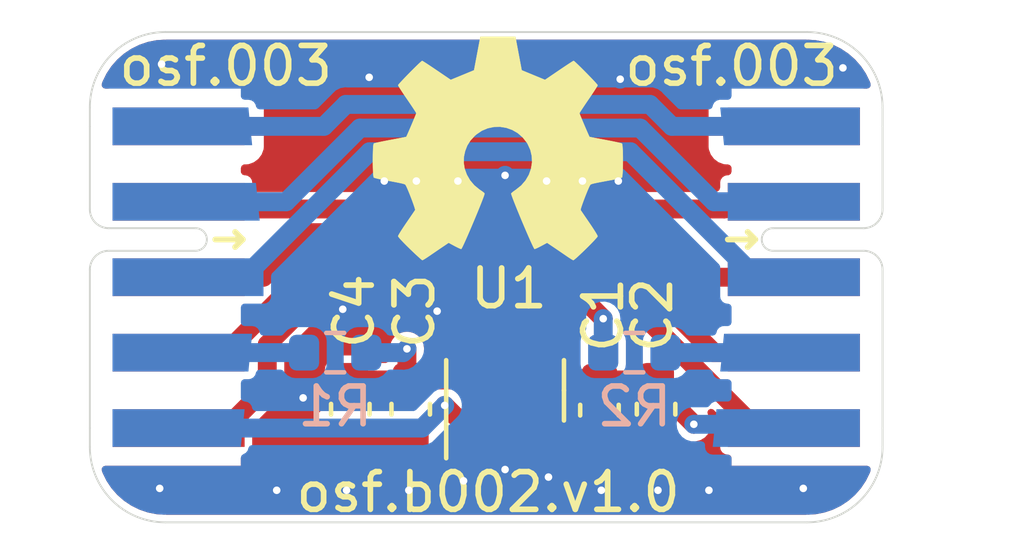
<source format=kicad_pcb>
(kicad_pcb (version 20211014) (generator pcbnew)
  (layers (0 "F.Cu" signal) (31 "B.Cu" signal) (34 "B.Paste" user) (35 "F.Paste" user) (36 "B.SilkS" user "B.Silkscreen") (37 "F.SilkS" user "F.Silkscreen") (38 "B.Mask" user) (39 "F.Mask" user) (44 "Edge.Cuts" user))
  (net 0 "")
  (net 1 "/ldo/5v")
  (net 2 "/ldo/GND")
  (net 3 "/ldo/3.3v")
  (net 4 "Net-(J1-Pad2)")
  (net 5 "Net-(J1-Pad3)")
  (net 6 "Net-(J1-Pad4)")
  (net 7 "Net-(J1-Pad5)")
  (net 8 "Net-(J1-Pad6)")
  (net 9 "Net-(J1-Pad7)")
  (net 10 "Net-(J1-Pad8)")
  (net 11 "Net-(J1-Pad9)")
  (net 12 "Net-(J2-Pad9)")
  (footprint "Capacitor_SMD:C_0603_1608Metric" (layer "F.Cu") (at 155 100 -90)
    (fp_text reference "C2" (at -2.5 0.1 90) (layer "F.SilkS"))
    (fp_text value "1uF")
    (fp_line (start -0.14058 -0.51) (end 0.14058 -0.51) (layer "F.SilkS") (width 0.12))
    (fp_line (start -0.14058 0.51) (end 0.14058 0.51) (layer "F.SilkS") (width 0.12))
    (pad "1" smd roundrect (at -0.775 0 270) (size 0.9 0.95) (layers "F.Cu" "F.Paste" "F.Mask") (net 1 "/ldo/5v"))
    (pad "2" smd roundrect (at 0.775 0 270) (size 0.9 0.95) (layers "F.Cu" "F.Paste" "F.Mask") (net 2 "/ldo/GND"))
  )
  (footprint "on_edge:on_edge_2x05_host" (layer "F.Cu") (at 161 96.5 -90)
    (fp_text reference "J2")
    (fp_text value "003_power")
    (fp_line (start -1 4.1) (end -1 3.373) (layer "F.SilkS") (width 0.153))
    (fp_line (start -0.8 3.573) (end -1 3.373) (layer "F.SilkS") (width 0.153))
    (fp_line (start -1 3.373) (end -1.2 3.573) (layer "F.SilkS") (width 0.153))
    (fp_line (start -4 0) (end -1.8 0) (layer "Edge.Cuts") (width 0.05))
    (fp_line (start -1.3 0.5) (end -1.3 2.9) (layer "Edge.Cuts") (width 0.05))
    (fp_line (start -0.2 0) (end 4 0) (layer "Edge.Cuts") (width 0.05))
    (fp_line (start -0.7 2.9) (end -0.7 0.5) (layer "Edge.Cuts") (width 0.05))
    (fp_arc (start -1.8 0) (mid -1.446447 0.146447) (end -1.3 0.5) (layer "Edge.Cuts") (width 0.05))
    (fp_arc (start -0.7 0.5) (mid -0.553553 0.146447) (end -0.2 0) (layer "Edge.Cuts") (width 0.05))
    (fp_arc (start -0.7 2.9) (mid -1 3.2) (end -1.3 2.9) (layer "Edge.Cuts") (width 0.05))
    (pad "1" smd rect (at -4 2.35 270) (size 1 3.5) (layers "F.Cu" "F.Mask") (net 2 "/ldo/GND"))
    (pad "2" smd rect (at -2 2.35 270) (size 1 3.5) (layers "F.Cu" "F.Mask") (net 4 "Net-(J1-Pad2)"))
    (pad "3" smd rect (at 0 2.35 270) (size 1 3.5) (layers "F.Cu" "F.Mask") (net 5 "Net-(J1-Pad3)"))
    (pad "4" smd rect (at 2 2.35 270) (size 1 3.5) (layers "F.Cu" "F.Mask") (net 6 "Net-(J1-Pad4)"))
    (pad "5" smd rect (at 4 2.35 270) (size 1 3.5) (layers "F.Cu" "F.Mask") (net 7 "Net-(J1-Pad5)"))
    (pad "6" smd custom (at -4 2.4 90) (size 1 3.6) (layers "B.Cu" "B.Mask") (net 8 "Net-(J1-Pad6)") (options (clearance outline) (anchor rect)) (primitives (gr_poly (pts (xy 0.5 -1.8) (xy -0.5 -1.8) (xy 0.5 -1.9)) (width 0) (fill yes))))
    (pad "7" smd rect (at -2 2.35 90) (size 1 3.5) (layers "B.Cu" "B.Mask") (net 9 "Net-(J1-Pad7)"))
    (pad "8" smd rect (at 0 2.35 90) (size 1 3.5) (layers "B.Cu" "B.Mask") (net 10 "Net-(J1-Pad8)"))
    (pad "9" smd custom (at 2 2.4 90) (size 1 3.6) (layers "B.Cu" "B.Mask") (net 12 "Net-(J2-Pad9)") (options (clearance outline) (anchor rect)) (primitives (gr_poly (pts (xy 0.5 -1.8) (xy -0.5 -1.8) (xy -0.5 -1.9)) (width 0) (fill yes))))
    (pad "10" smd custom (at 4 2.5 90) (size 1 3.8) (layers "B.Cu" "B.Mask") (net 1 "/ldo/5v") (options (clearance outline) (anchor rect)) (primitives (gr_poly (pts (xy 0.5 -1.9) (xy -0.5 -1.9) (xy -0.5 -2)) (width 0) (fill yes))))
    (zone (net 0) (net_name "") (layers F&B.Cu) (connect_pads (clearance 0)) (min_thickness 0.254)
      (keepout (tracks allowed) (vias not_allowed) (pads allowed) (copperpour not_allowed) (footprints not_allowed))
      (fill (thermal_gap 0.508) (thermal_bridge_width 0.508))
      (polygon (pts (xy 157 101.5) (xy 157 91.5) (xy 161 91.5) (xy 161 101.5)))
    )
  )
  (footprint "Symbol:OSHW-Symbol_6.7x6mm_SilkScreen" (layer "F.Cu") (at 150.8 93.1)
    (fp_text reference "LOGO1" hide)
    (fp_text value "Logo_Open_Hardware_Small" hide)
    (fp_poly (pts (xy 0.555814 -2.531069) (xy 0.639635 -2.086445) (xy 0.94892 -1.958947) (xy 1.258206 -1.831449) (xy 1.629246 -2.083754) (xy 1.733157 -2.154004) (xy 1.827087 -2.216728) (xy 1.906652 -2.269062) (xy 1.96747 -2.308143) (xy 2.005157 -2.331107) (xy 2.015421 -2.336058) (xy 2.03391 -2.323324) (xy 2.07342 -2.288118) (xy 2.129522 -2.234938) (xy 2.197787 -2.168282) (xy 2.273786 -2.092646) (xy 2.353092 -2.012528) (xy 2.431275 -1.932426) (xy 2.503907 -1.856836) (xy 2.566559 -1.790255) (xy 2.614803 -1.737182) (xy 2.64421 -1.702113) (xy 2.651241 -1.690377) (xy 2.641123 -1.66874) (xy 2.612759 -1.621338) (xy 2.569129 -1.552807) (xy 2.513218 -1.467785) (xy 2.448006 -1.370907) (xy 2.410219 -1.31565) (xy 2.341343 -1.214752) (xy 2.28014 -1.123701) (xy 2.229578 -1.04703) (xy 2.192628 -0.989272) (xy 2.172258 -0.954957) (xy 2.169197 -0.947746) (xy 2.176136 -0.927252) (xy 2.195051 -0.879487) (xy 2.223087 -0.811168) (xy 2.257391 -0.729011) (xy 2.295109 -0.63973) (xy 2.333387 -0.550042) (xy 2.36937 -0.466662) (xy 2.400206 -0.396306) (xy 2.423039 -0.34569) (xy 2.435017 -0.321529) (xy 2.435724 -0.320578) (xy 2.454531 -0.315964) (xy 2.504618 -0.305672) (xy 2.580793 -0.290713) (xy 2.677865 -0.272099) (xy 2.790643 -0.250841) (xy 2.856442 -0.238582) (xy 2.97695 -0.215638) (xy 3.085797 -0.193805) (xy 3.177476 -0.174278) (xy 3.246481 -0.158252) (xy 3.287304 -0.146921) (xy 3.295511 -0.143326) (xy 3.303548 -0.118994) (xy 3.310033 -0.064041) (xy 3.31497 0.015108) (xy 3.318364 0.112026) (xy 3.320218 0.220287) (xy 3.320538 0.333465) (xy 3.319327 0.445135) (xy 3.31659 0.548868) (xy 3.312331 0.638241) (xy 3.306555 0.706826) (xy 3.299267 0.748197) (xy 3.294895 0.75681) (xy 3.268764 0.767133) (xy 3.213393 0.781892) (xy 3.136107 0.799352) (xy 3.04423 0.81778) (xy 3.012158 0.823741) (xy 2.857524 0.852066) (xy 2.735375 0.874876) (xy 2.641673 0.89308) (xy 2.572384 0.907583) (xy 2.523471 0.919292) (xy 2.490897 0.929115) (xy 2.470628 0.937956) (xy 2.458626 0.946724) (xy 2.456947 0.948457) (xy 2.440184 0.976371) (xy 2.414614 1.030695) (xy 2.382788 1.104777) (xy 2.34726 1.191965) (xy 2.310583 1.285608) (xy 2.275311 1.379052) (xy 2.243996 1.465647) (xy 2.219193 1.53874) (xy 2.203454 1.591678) (xy 2.199332 1.617811) (xy 2.199676 1.618726) (xy 2.213641 1.640086) (xy 2.245322 1.687084) (xy 2.291391 1.754827) (xy 2.348518 1.838423) (xy 2.413373 1.932982) (xy 2.431843 1.959854) (xy 2.497699 2.057275) (xy 2.55565 2.146163) (xy 2.602538 2.221412) (xy 2.635207 2.27792) (xy 2.6505 2.310581) (xy 2.651241 2.314593) (xy 2.638392 2.335684) (xy 2.602888 2.377464) (xy 2.549293 2.435445) (xy 2.482171 2.505135) (xy 2.406087 2.582045) (xy 2.325604 2.661683) (xy 2.245287 2.739561) (xy 2.169699 2.811186) (xy 2.103405 2.87207) (xy 2.050969 2.917721) (xy 2.016955 2.94365) (xy 2.007545 2.947883) (xy 1.985643 2.937912) (xy 1.9408 2.91102) (xy 1.880321 2.871736) (xy 1.833789 2.840117) (xy 1.749475 2.782098) (xy 1.649626 2.713784) (xy 1.549473 2.645579) (xy 1.495627 2.609075) (xy 1.313371 2.4858) (xy 1.160381 2.56852) (xy 1.090682 2.604759) (xy 1.031414 2.632926) (xy 0.991311 2.648991) (xy 0.981103 2.651226) (xy 0.968829 2.634722) (xy 0.944613 2.588082) (xy 0.910263 2.515609) (xy 0.867588 2.421606) (xy 0.818394 2.310374) (xy 0.76449 2.186215) (xy 0.707684 2.053432) (xy 0.649782 1.916327) (xy 0.592593 1.779202) (xy 0.537924 1.646358) (xy 0.487584 1.522098) (xy 0.44338 1.410725) (xy 0.407119 1.316539) (xy 0.380609 1.243844) (xy 0.365658 1.196941) (xy 0.363254 1.180833) (xy 0.382311 1.160286) (xy 0.424036 1.126933) (xy 0.479706 1.087702) (xy 0.484378 1.084599) (xy 0.628264 0.969423) (xy 0.744283 0.835053) (xy 0.83143 0.685784) (xy 0.888699 0.525913) (xy 0.915086 0.359737) (xy 0.909585 0.191552) (xy 0.87119 0.025655) (xy 0.798895 -0.133658) (xy 0.777626 -0.168513) (xy 0.666996 -0.309263) (xy 0.536302 -0.422286) (xy 0.390064 -0.506997) (xy 0.232808 -0.562806) (xy 0.069057 -0.589126) (xy -0.096667 -0.58537) (xy -0.259838 -0.55095) (xy -0.415935 -0.485277) (xy -0.560433 -0.387765) (xy -0.605131 -0.348187) (xy -0.718888 -0.224297) (xy -0.801782 -0.093876) (xy -0.858644 0.052315) (xy -0.890313 0.197088) (xy -0.898131 0.35986) (xy -0.872062 0.52344) (xy -0.814755 0.682298) (xy -0.728856 0.830906) (xy -0.617014 0.963735) (xy -0.481877 1.075256) (xy -0.464117 1.087011) (xy -0.40785 1.125508) (xy -0.365077 1.158863) (xy -0.344628 1.18016) (xy -0.344331 1.180833) (xy -0.348721 1.203871) (xy -0.366124 1.256157) (xy -0.394732 1.33339) (xy -0.432735 1.431268) (xy -0.478326 1.545491) (xy -0.529697 1.671758) (xy -0.585038 1.805767) (xy -0.642542 1.943218) (xy -0.700399 2.079808) (xy -0.756802 2.211237) (xy -0.809942 2.333205) (xy -0.85801 2.441409) (xy -0.899199 2.531549) (xy -0.931699 2.599323) (xy -0.953703 2.64043) (xy -0.962564 2.651226) (xy -0.98964 2.642819) (xy -1.040303 2.620272) (xy -1.105817 2.587613) (xy -1.141841 2.56852) (xy -1.294832 2.4858) (xy -1.477088 2.609075) (xy -1.570125 2.672228) (xy -1.671985 2.741727) (xy -1.767438 2.807165) (xy -1.81525 2.840117) (xy -1.882495 2.885273) (xy -1.939436 2.921057) (xy -1.978646 2.942938) (xy -1.991381 2.947563) (xy -2.009917 2.935085) (xy -2.050941 2.900252) (xy -2.110475 2.846678) (xy -2.184542 2.777983) (xy -2.269165 2.697781) (xy -2.322685 2.646286) (xy -2.416319 2.554286) (xy -2.497241 2.471999) (xy -2.562177 2.402945) (xy -2.607858 2.350644) (xy -2.631011 2.318616) (xy -2.633232 2.312116) (xy -2.622924 2.287394) (xy -2.594439 2.237405) (xy -2.550937 2.167212) (xy -2.495577 2.081875) (xy -2.43152 1.986456) (xy -2.413303 1.959854) (xy -2.346927 1.863167) (xy -2.287378 1.776117) (xy -2.237984 1.703595) (xy -2.202075 1.650493) (xy -2.182981 1.621703) (xy -2.181136 1.618726) (xy -2.183895 1.595782) (xy -2.198538 1.545336) (xy -2.222513 1.474041) (xy -2.253266 1.388547) (xy -2.288244 1.295507) (xy -2.324893 1.201574) (xy -2.360661 1.113399) (xy -2.392994 1.037634) (xy -2.419338 0.980931) (xy -2.437142 0.949943) (xy -2.438407 0.948457) (xy -2.449294 0.939601) (xy -2.467682 0.930843) (xy -2.497606 0.921277) (xy -2.543103 0.909996) (xy -2.608209 0.896093) (xy -2.696961 0.878663) (xy -2.813393 0.856798) (xy -2.961542 0.829591) (xy -2.993618 0.823741) (xy -3.088686 0.805374) (xy -3.171565 0.787405) (xy -3.23493 0.771569) (xy -3.271458 0.7596) (xy -3.276356 0.75681) (xy -3.284427 0.732072) (xy -3.290987 0.67679) (xy -3.296033 0.597389) (xy -3.299559 0.500296) (xy -3.301561 0.391938) (xy -3.302036 0.27874) (xy -3.300977 0.167128) (xy -3.298382 0.063529) (xy -3.294246 -0.025632) (xy -3.288563 -0.093928) (xy -3.281331 -0.134934) (xy -3.276971 -0.143326) (xy -3.252698 -0.151792) (xy -3.197426 -0.165565) (xy -3.116662 -0.18345) (xy -3.015912 -0.204252) (xy -2.900683 -0.226777) (xy -2.837902 -0.238582) (xy -2.718787 -0.260849) (xy -2.612565 -0.281021) (xy -2.524427 -0.298085) (xy -2.459566 -0.311031) (xy -2.423174 -0.318845) (xy -2.417184 -0.320578) (xy -2.407061 -0.34011) (xy -2.385662 -0.387157) (xy -2.355839 -0.454997) (xy -2.320445 -0.536909) (xy -2.282332 -0.626172) (xy -2.244353 -0.716065) (xy -2.20936 -0.799865) (xy -2.180206 -0.870853) (xy -2.159743 -0.922306) (xy -2.150823 -0.947503) (xy -2.150657 -0.948604) (xy -2.160769 -0.968481) (xy -2.189117 -1.014223) (xy -2.232723 -1.081283) (xy -2.288606 -1.165116) (xy -2.353787 -1.261174) (xy -2.391679 -1.31635) (xy -2.460725 -1.417519) (xy -2.52205 -1.50937) (xy -2.572663 -1.587256) (xy -2.609571 -1.646531) (xy -2.629782 -1.682549) (xy -2.632701 -1.690623) (xy -2.620153 -1.709416) (xy -2.585463 -1.749543) (xy -2.533063 -1.806507) (xy -2.467384 -1.875815) (xy -2.392856 -1.952969) (xy -2.313913 -2.033475) (xy -2.234983 -2.112837) (xy -2.1605 -2.18656) (xy -2.094894 -2.250148) (xy -2.042596 -2.299106) (xy -2.008039 -2.328939) (xy -1.996478 -2.336058) (xy -1.977654 -2.326047) (xy -1.932631 -2.297922) (xy -1.865787 -2.254546) (xy -1.781499 -2.198782) (xy -1.684144 -2.133494) (xy -1.610707 -2.083754) (xy -1.239667 -1.831449) (xy -0.621095 -2.086445) (xy -0.537275 -2.531069) (xy -0.453454 -2.975693) (xy 0.471994 -2.975693) (xy 0.555814 -2.531069)) (layer "F.SilkS") (width 0.01) (fill solid))
  )
  (footprint "Capacitor_SMD:C_0603_1608Metric" (layer "F.Cu") (at 153.5 100.025 -90)
    (fp_text reference "C1" (at -2.525 -0.1 90) (layer "F.SilkS"))
    (fp_text value "100nF")
    (fp_line (start -0.14058 0.51) (end 0.14058 0.51) (layer "F.SilkS") (width 0.12))
    (fp_line (start -0.14058 -0.51) (end 0.14058 -0.51) (layer "F.SilkS") (width 0.12))
    (pad "1" smd roundrect (at -0.775 0 270) (size 0.9 0.95) (layers "F.Cu" "F.Paste" "F.Mask") (net 1 "/ldo/5v"))
    (pad "2" smd roundrect (at 0.775 0 270) (size 0.9 0.95) (layers "F.Cu" "F.Paste" "F.Mask") (net 2 "/ldo/GND"))
  )
  (footprint "Package_TO_SOT_SMD:SOT-23-5" (layer "F.Cu") (at 151 99.5 90)
    (fp_text reference "U1" (at 2.7 0.1 180) (layer "F.SilkS"))
    (fp_text value "TC1017")
    (fp_line (start 0 -1.56) (end 0.8 -1.56) (layer "F.SilkS") (width 0.12))
    (fp_line (start 0 1.56) (end 0.8 1.56) (layer "F.SilkS") (width 0.12))
    (fp_line (start 0 -1.56) (end -1.8 -1.56) (layer "F.SilkS") (width 0.12))
    (fp_line (start 0 1.56) (end -0.8 1.56) (layer "F.SilkS") (width 0.12))
    (pad "1" smd roundrect (at -1.1375 -0.95 90) (size 1.325 0.6) (layers "F.Cu" "F.Paste" "F.Mask") (net 1 "/ldo/5v"))
    (pad "2" smd roundrect (at -1.1375 0 90) (size 1.325 0.6) (layers "F.Cu" "F.Paste" "F.Mask") (net 2 "/ldo/GND"))
    (pad "3" smd roundrect (at -1.1375 0.95 90) (size 1.325 0.6) (layers "F.Cu" "F.Paste" "F.Mask") (net 1 "/ldo/5v"))
    (pad "4" smd roundrect (at 1.1375 0.95 90) (size 1.325 0.6) (layers "F.Cu" "F.Paste" "F.Mask"))
    (pad "5" smd roundrect (at 1.1375 -0.95 90) (size 1.325 0.6) (layers "F.Cu" "F.Paste" "F.Mask") (net 3 "/ldo/3.3v"))
  )
  (footprint "Capacitor_SMD:C_0603_1608Metric" (layer "F.Cu") (at 148.5 100 -90)
    (fp_text reference "C3" (at -2.6 -0.1 90) (layer "F.SilkS"))
    (fp_text value "10uF")
    (fp_line (start -0.14058 0.51) (end 0.14058 0.51) (layer "F.SilkS") (width 0.12))
    (fp_line (start -0.14058 -0.51) (end 0.14058 -0.51) (layer "F.SilkS") (width 0.12))
    (pad "1" smd roundrect (at -0.775 0 270) (size 0.9 0.95) (layers "F.Cu" "F.Paste" "F.Mask") (net 3 "/ldo/3.3v"))
    (pad "2" smd roundrect (at 0.775 0 270) (size 0.9 0.95) (layers "F.Cu" "F.Paste" "F.Mask") (net 2 "/ldo/GND"))
  )
  (footprint "on_edge:on_edge_2x05_device" (layer "F.Cu") (at 140 96.5 -90)
    (fp_text reference "J1")
    (fp_text value "003_power")
    (fp_line (start -1 -4.05) (end -1 -3.323) (layer "F.SilkS") (width 0.153))
    (fp_line (start -1 -4.05) (end -0.8 -3.85) (layer "F.SilkS") (width 0.153))
    (fp_line (start -1.2 -3.85) (end -1 -4.05) (layer "F.SilkS") (width 0.153))
    (fp_line (start -0.2 0) (end 4 0) (layer "Edge.Cuts") (width 0.05))
    (fp_line (start -0.7 -0.5) (end -0.7 -2.8) (layer "Edge.Cuts") (width 0.05))
    (fp_line (start -1.3 -2.8) (end -1.3 -0.5) (layer "Edge.Cuts") (width 0.05))
    (fp_line (start -4 0) (end -1.8 0) (layer "Edge.Cuts") (width 0.05))
    (fp_arc (start -1.3 -2.8) (mid -1 -3.1) (end -0.7 -2.8) (layer "Edge.Cuts") (width 0.05))
    (fp_arc (start -1.3 -0.5) (mid -1.446447 -0.146447) (end -1.8 0) (layer "Edge.Cuts") (width 0.05))
    (fp_arc (start -0.2 0) (mid -0.553553 -0.146447) (end -0.7 -0.5) (layer "Edge.Cuts") (width 0.05))
    (pad "1" smd rect (at -4 -2.35 90) (size 1 3.5) (layers "F.Cu" "F.Mask") (net 2 "/ldo/GND"))
    (pad "2" smd rect (at -2 -2.35 270) (size 1 3.5) (layers "F.Cu" "F.Mask") (net 4 "Net-(J1-Pad2)"))
    (pad "3" smd rect (at 0 -2.35 270) (size 1 3.5) (layers "F.Cu" "F.Mask") (net 5 "Net-(J1-Pad3)"))
    (pad "4" smd rect (at 2 -2.35 90) (size 1 3.5) (layers "F.Cu" "F.Mask") (net 6 "Net-(J1-Pad4)"))
    (pad "5" smd rect (at 4 -2.35 90) (size 1 3.5) (layers "F.Cu" "F.Mask") (net 7 "Net-(J1-Pad5)"))
    (pad "6" smd custom (at -4 -2.4 270) (size 1 3.6) (layers "B.Cu" "B.Mask") (net 8 "Net-(J1-Pad6)") (options (clearance outline) (anchor rect)) (primitives (gr_poly (pts (xy 0.5 -1.8) (xy 0.5 -1.9) (xy -0.5 -1.8)) (width 0) (fill yes))))
    (pad "7" smd custom (at -2 -2.1 270) (size 1 3) (layers "B.Cu" "B.Mask") (net 9 "Net-(J1-Pad7)") (options (clearance outline) (anchor rect)) (primitives (gr_poly (pts (xy 0.3 -0.51) (xy 0.31 -0.62) (xy 0.33 -0.7) (xy 0.35 -0.76) (xy 0.37 -0.81) (xy 0.4 -0.86) (xy 0.44 -0.92) (xy 0.48 -0.97) (xy 0.5 -0.99) (xy 0.5 -2.4) (xy -0.5 -2.3) (xy -0.5 1.5) (xy 0.3 1.5)) (width 0) (fill yes))))
    (pad "8" smd rect (at 0 -2.6 270) (size 1 4) (layers "B.Cu" "B.Mask") (net 10 "Net-(J1-Pad8)"))
    (pad "9" smd custom (at 2 -2.4 270) (size 1 3.6) (layers "B.Cu" "B.Mask") (net 11 "Net-(J1-Pad9)") (options (clearance outline) (anchor rect)) (primitives (gr_poly (pts (xy -0.5 -1.8) (xy -0.5 -1.9) (xy 0.5 -1.8)) (width 0) (fill yes))))
    (pad "10" smd custom (at 4 -2.3 270) (size 1 3.4) (layers "B.Cu" "B.Mask") (net 1 "/ldo/5v") (options (clearance outline) (anchor rect)) (primitives (gr_poly (pts (xy -0.5 -1.7) (xy -0.5 -1.8) (xy 0.5 -1.7)) (width 0) (fill yes))))
    (zone (net 0) (net_name "") (layers F&B.Cu) (connect_pads (clearance 0)) (min_thickness 0.254)
      (keepout (tracks allowed) (vias not_allowed) (pads allowed) (copperpour not_allowed) (footprints not_allowed))
      (fill (thermal_gap 0.508) (thermal_bridge_width 0.508))
      (polygon (pts (xy 140 101.5) (xy 140 91.5) (xy 144 91.5) (xy 144 101.5)))
    )
  )
  (footprint "Capacitor_SMD:C_0603_1608Metric" (layer "F.Cu") (at 146.9 100 -90)
    (fp_text reference "C4" (at -2.6 -0.1 90) (layer "F.SilkS"))
    (fp_text value "1uF")
    (fp_line (start -0.14058 0.51) (end 0.14058 0.51) (layer "F.SilkS") (width 0.12))
    (fp_line (start -0.14058 -0.51) (end 0.14058 -0.51) (layer "F.SilkS") (width 0.12))
    (pad "1" smd roundrect (at -0.775 0 270) (size 0.9 0.95) (layers "F.Cu" "F.Paste" "F.Mask") (net 3 "/ldo/3.3v"))
    (pad "2" smd roundrect (at 0.775 0 270) (size 0.9 0.95) (layers "F.Cu" "F.Paste" "F.Mask") (net 2 "/ldo/GND"))
  )
  (footprint "Resistor_SMD:R_0603_1608Metric" (layer "B.Cu") (at 146.5 98.5)
    (fp_text reference "R1" (at 0 1.43) (layer "B.SilkS") (effects (justify mirror)))
    (fp_text value "0R")
    (fp_line (start -0.237258 -0.5225) (end 0.237258 -0.5225) (layer "B.SilkS") (width 0.12))
    (fp_line (start -0.237258 0.5225) (end 0.237258 0.5225) (layer "B.SilkS") (width 0.12))
    (pad "1" smd roundrect (at -0.825 0) (size 0.8 0.95) (layers "B.Cu" "B.Paste" "B.Mask") (net 11 "Net-(J1-Pad9)"))
    (pad "2" smd roundrect (at 0.825 0) (size 0.8 0.95) (layers "B.Cu" "B.Paste" "B.Mask") (net 3 "/ldo/3.3v"))
  )
  (footprint "Resistor_SMD:R_0603_1608Metric" (layer "B.Cu") (at 154.425 98.5)
    (fp_text reference "R2" (at 0 1.43) (layer "B.SilkS") (effects (justify mirror)))
    (fp_text value "0R")
    (fp_line (start -0.237258 -0.5225) (end 0.237258 -0.5225) (layer "B.SilkS") (width 0.12))
    (fp_line (start -0.237258 0.5225) (end 0.237258 0.5225) (layer "B.SilkS") (width 0.12))
    (pad "1" smd roundrect (at -0.825 0) (size 0.8 0.95) (layers "B.Cu" "B.Paste" "B.Mask") (net 3 "/ldo/3.3v"))
    (pad "2" smd roundrect (at 0.825 0) (size 0.8 0.95) (layers "B.Cu" "B.Paste" "B.Mask") (net 12 "Net-(J2-Pad9)"))
  )
  (gr_line (start 140 92.5) (end 140 92) (layer "Edge.Cuts") (width 0.05))
  (gr_line (start 142 90) (end 159 90) (layer "Edge.Cuts") (width 0.05))
  (gr_arc (start 161 101) (mid 160.414214 102.414214) (end 159 103) (layer "Edge.Cuts") (width 0.05))
  (gr_line (start 161 92.5) (end 161 92) (layer "Edge.Cuts") (width 0.05))
  (gr_line (start 159 103) (end 142 103) (layer "Edge.Cuts") (width 0.05))
  (gr_line (start 161 100.5) (end 161 101) (layer "Edge.Cuts") (width 0.05))
  (gr_arc (start 159 90) (mid 160.414214 90.585786) (end 161 92) (layer "Edge.Cuts") (width 0.05))
  (gr_arc (start 142 103) (mid 140.585786 102.414214) (end 140 101) (layer "Edge.Cuts") (width 0.05))
  (gr_line (start 140 100.5) (end 140 101) (layer "Edge.Cuts") (width 0.05))
  (gr_arc (start 140 92) (mid 140.585786 90.585786) (end 142 90) (layer "Edge.Cuts") (width 0.05))
  (gr_text "osf.003" (at 143.6 90.9) (layer "F.SilkS") (effects (font (size 1 1))))
  (gr_text "osf.003" (at 157 90.9) (layer "F.SilkS") (effects (font (size 1 1))))
  (gr_text "osf.b002.v1.0" (at 150.55 102.2) (layer "F.SilkS") (effects (font (size 1 1))))
  (segment (start 152.75 99.25) (end 151.95 100.05) (width 0.5) (layer "F.Cu") (net 1))
  (segment (start 150.05 100.6375) (end 150.05 100.179709) (width 0.5) (layer "F.Cu") (net 1))
  (segment (start 153.5 99.25) (end 152.75 99.25) (width 0.5) (layer "F.Cu") (net 1))
  (segment (start 150.05 100.55) (end 149.4 99.9) (width 0.5) (layer "F.Cu") (net 1))
  (segment (start 150.05 100.179709) (end 150.631709 99.598) (width 0.5) (layer "F.Cu") (net 1))
  (segment (start 155 99.225) (end 153.525 99.225) (width 0.5) (layer "F.Cu") (net 1))
  (segment (start 155 99.225) (end 155 99.4) (width 0.5) (layer "F.Cu") (net 1))
  (segment (start 151.95 100.05) (end 151.95 100.6375) (width 0.5) (layer "F.Cu") (net 1))
  (segment (start 150.631709 99.598) (end 151.598 99.598) (width 0.5) (layer "F.Cu") (net 1))
  (segment (start 153.525 99.225) (end 153.5 99.25) (width 0.5) (layer "F.Cu") (net 1))
  (segment (start 155 99.4) (end 156 100.4) (width 0.5) (layer "F.Cu") (net 1))
  (segment (start 151.95 99.95) (end 151.95 100.6375) (width 0.5) (layer "F.Cu") (net 1))
  (segment (start 150.05 100.6375) (end 150.05 100.55) (width 0.5) (layer "F.Cu") (net 1))
  (segment (start 151.598 99.598) (end 151.95 99.95) (width 0.5) (layer "F.Cu") (net 1))
  (via (at 156 100.4) (size 0.5) (drill 0.2) (layers "F.Cu" "B.Cu") (net 1))
  (via (at 149.4 99.9) (size 0.5) (drill 0.2) (layers "F.Cu" "B.Cu") (net 1))
  (segment (start 158.4 100.4) (end 158.5 100.5) (width 0.5) (layer "B.Cu") (net 1))
  (segment (start 149.4 99.9) (end 148.8 100.5) (width 0.5) (layer "B.Cu") (net 1))
  (segment (start 156 100.4) (end 158.4 100.4) (width 0.5) (layer "B.Cu") (net 1))
  (segment (start 148.8 100.5) (end 142.3 100.5) (width 0.5) (layer "B.Cu") (net 1))
  (segment (start 151 101.095291) (end 151.704709 101.8) (width 0.5) (layer "F.Cu") (net 2))
  (segment (start 146.9 100.775) (end 148.5 100.775) (width 0.5) (layer "F.Cu") (net 2))
  (segment (start 151 100.6375) (end 151 101.095291) (width 0.5) (layer "F.Cu") (net 2))
  (segment (start 148.5 101) (end 149.4 101.9) (width 0.5) (layer "F.Cu") (net 2))
  (segment (start 152.3 92.5) (end 158.65 92.5) (width 0.5) (layer "F.Cu") (net 2))
  (segment (start 149.7 92.5) (end 142.35 92.5) (width 0.5) (layer "F.Cu") (net 2))
  (segment (start 153.5 100.8) (end 154.975 100.8) (width 0.5) (layer "F.Cu") (net 2))
  (segment (start 151 100.6375) (end 151 101.6) (width 0.5) (layer "F.Cu") (net 2))
  (segment (start 152.15 101.8) (end 152.5 101.8) (width 0.5) (layer "F.Cu") (net 2))
  (segment (start 149.4 101.9) (end 149.9 101.9) (width 0.5) (layer "F.Cu") (net 2))
  (segment (start 152.5 101.8) (end 153.5 100.8) (width 0.5) (layer "F.Cu") (net 2))
  (segment (start 151 93.8) (end 149.7 92.5) (width 0.5) (layer "F.Cu") (net 2))
  (segment (start 154.975 100.8) (end 155 100.775) (width 0.5) (layer "F.Cu") (net 2))
  (segment (start 151.704709 101.8) (end 152.15 101.8) (width 0.5) (layer "F.Cu") (net 2))
  (segment (start 151 93.8) (end 152.3 92.5) (width 0.5) (layer "F.Cu") (net 2))
  (segment (start 148.5 100.775) (end 148.5 101) (width 0.5) (layer "F.Cu") (net 2))
  (segment (start 150.195291 101.9) (end 151 101.095291) (width 0.5) (layer "F.Cu") (net 2))
  (segment (start 149.9 101.9) (end 150.195291 101.9) (width 0.5) (layer "F.Cu") (net 2))
  (via (at 148.65 93.95) (size 0.5) (drill 0.2) (layers "F.Cu" "B.Cu") (net 2))
  (via (at 159.95 90.95) (size 0.5) (drill 0.2) (layers "F.Cu" "B.Cu") (net 2))
  (via (at 144.95 102.15) (size 0.5) (drill 0.2) (layers "F.Cu" "B.Cu") (net 2))
  (via (at 155.05 102.15) (size 0.5) (drill 0.2) (layers "F.Cu" "B.Cu") (net 2))
  (via (at 146.8 102.15) (size 0.5) (drill 0.2) (layers "F.Cu" "B.Cu") (net 2))
  (via (at 156.4 102.15) (size 0.5) (drill 0.2) (layers "F.Cu" "B.Cu") (net 2))
  (via (at 152.15 101.8) (size 0.5) (drill 0.2) (layers "F.Cu" "B.Cu") (net 2))
  (via (at 153.55 102.15) (size 0.5) (drill 0.2) (layers "F.Cu" "B.Cu") (net 2))
  (via (at 141.85 102.1) (size 0.5) (drill 0.2) (layers "F.Cu" "B.Cu") (net 2))
  (via (at 154.05 91.25) (size 0.5) (drill 0.2) (layers "F.Cu" "B.Cu") (net 2))
  (via (at 141.9 90.85) (size 0.5) (drill 0.2) (layers "F.Cu" "B.Cu") (net 2))
  (via (at 151 101.6) (size 0.5) (drill 0.2) (layers "F.Cu" "B.Cu") (net 2))
  (via (at 153.05 93.95) (size 0.5) (drill 0.2) (layers "F.Cu" "B.Cu") (net 2))
  (via (at 149.9 101.9) (size 0.5) (drill 0.2) (layers "F.Cu" "B.Cu") (net 2))
  (via (at 145.65 99.7) (size 0.5) (drill 0.2) (layers "F.Cu" "B.Cu") (net 2))
  (via (at 148.45 102.15) (size 0.5) (drill 0.2) (layers "F.Cu" "B.Cu") (net 2))
  (via (at 147.4 91.2) (size 0.5) (drill 0.2) (layers "F.Cu" "B.Cu") (net 2))
  (via (at 149.2 97.4) (size 0.5) (drill 0.2) (layers "F.Cu" "B.Cu") (net 2))
  (via (at 146.7 97.35) (size 0.5) (drill 0.2) (layers "F.Cu" "B.Cu") (net 2))
  (via (at 149.75 93.95) (size 0.5) (drill 0.2) (layers "F.Cu" "B.Cu") (net 2))
  (via (at 151 93.8) (size 0.5) (drill 0.2) (layers "F.Cu" "B.Cu") (net 2))
  (via (at 152.1 93.95) (size 0.5) (drill 0.2) (layers "F.Cu" "B.Cu") (net 2))
  (via (at 158.9 102.1) (size 0.5) (drill 0.2) (layers "F.Cu" "B.Cu") (net 2))
  (via (at 154 93.95) (size 0.5) (drill 0.2) (layers "F.Cu" "B.Cu") (net 2))
  (via (at 147.8 93.95) (size 0.5) (drill 0.2) (layers "F.Cu" "B.Cu") (net 2))
  (segment (start 151 101.6) (end 151 94.6) (width 0.5) (layer "B.Cu") (net 2))
  (segment (start 151 94.6) (end 151 93.8) (width 0.5) (layer "B.Cu") (net 2))
  (segment (start 148.4 99.125) (end 148.5 99.225) (width 0.5) (layer "F.Cu") (net 3))
  (segment (start 149.775 99.225) (end 150.05 98.95) (width 0.5) (layer "F.Cu") (net 3))
  (segment (start 150.05 98.95) (end 150.05 98.3625) (width 0.5) (layer "F.Cu") (net 3))
  (segment (start 153.6 97.6) (end 153.2 97.2) (width 0.5) (layer "F.Cu") (net 3))
  (segment (start 148.5 99.225) (end 149.775 99.225) (width 0.5) (layer "F.Cu") (net 3))
  (segment (start 150.6 97.2) (end 150.05 97.75) (width 0.5) (layer "F.Cu") (net 3))
  (segment (start 153.2 97.2) (end 150.6 97.2) (width 0.5) (layer "F.Cu") (net 3))
  (segment (start 150.05 97.75) (end 150.05 98.3625) (width 0.5) (layer "F.Cu") (net 3))
  (segment (start 146.9 99.225) (end 148.5 99.225) (width 0.5) (layer "F.Cu") (net 3))
  (segment (start 148.4 98.4) (end 148.4 99.125) (width 0.5) (layer "F.Cu") (net 3))
  (via (at 153.6 97.6) (size 0.5) (drill 0.2) (layers "F.Cu" "B.Cu") (net 3))
  (via (at 148.4 98.4) (size 0.5) (drill 0.2) (layers "F.Cu" "B.Cu") (net 3))
  (segment (start 147.325 98.5) (end 148.3 98.5) (width 0.5) (layer "B.Cu") (net 3))
  (segment (start 148.3 98.5) (end 148.4 98.4) (width 0.5) (layer "B.Cu") (net 3))
  (segment (start 153.6 98.5) (end 153.6 97.6) (width 0.5) (layer "B.Cu") (net 3))
  (segment (start 142.35 94.5) (end 143.5 94.5) (width 0.5) (layer "F.Cu") (net 4))
  (segment (start 143.692 94.692) (end 156.808 94.692) (width 0.5) (layer "F.Cu") (net 4))
  (segment (start 143.5 94.5) (end 143.692 94.692) (width 0.5) (layer "F.Cu") (net 4))
  (segment (start 156.808 94.692) (end 157 94.5) (width 0.5) (layer "F.Cu") (net 4))
  (segment (start 144.6 96.5) (end 145.781 95.319) (width 0.5) (layer "F.Cu") (net 5))
  (segment (start 154.238424 95.319) (end 155.419424 96.5) (width 0.5) (layer "F.Cu") (net 5))
  (segment (start 145.781 95.319) (end 154.238424 95.319) (width 0.5) (layer "F.Cu") (net 5))
  (segment (start 142.35 96.5) (end 144.6 96.5) (width 0.5) (layer "F.Cu") (net 5))
  (segment (start 155.419424 96.5) (end 158.65 96.5) (width 0.5) (layer "F.Cu") (net 5))
  (segment (start 153.978712 95.946) (end 156.532712 98.5) (width 0.5) (layer "F.Cu") (net 6))
  (segment (start 156.532712 98.5) (end 158.65 98.5) (width 0.5) (layer "F.Cu") (net 6))
  (segment (start 143.6 98.5) (end 146.154 95.946) (width 0.5) (layer "F.Cu") (net 6))
  (segment (start 142.35 98.5) (end 143.6 98.5) (width 0.5) (layer "F.Cu") (net 6))
  (segment (start 146.154 95.946) (end 153.978712 95.946) (width 0.5) (layer "F.Cu") (net 6))
  (segment (start 144.7 98.286712) (end 146.413712 96.573) (width 0.5) (layer "F.Cu") (net 7))
  (segment (start 144.7 99.4) (end 144.7 98.286712) (width 0.5) (layer "F.Cu") (net 7))
  (segment (start 142.35 100.5) (end 143.6 100.5) (width 0.5) (layer "F.Cu") (net 7))
  (segment (start 146.413712 96.573) (end 153.719 96.573) (width 0.5) (layer "F.Cu") (net 7))
  (segment (start 153.719 96.573) (end 157.646 100.5) (width 0.5) (layer "F.Cu") (net 7))
  (segment (start 143.6 100.5) (end 144.7 99.4) (width 0.5) (layer "F.Cu") (net 7))
  (segment (start 157.646 100.5) (end 158.65 100.5) (width 0.5) (layer "F.Cu") (net 7))
  (segment (start 146.781 91.919) (end 154.838424 91.919) (width 0.5) (layer "B.Cu") (net 8))
  (segment (start 142.4 92.5) (end 146.2 92.5) (width 0.5) (layer "B.Cu") (net 8))
  (segment (start 154.838424 91.919) (end 155.419424 92.5) (width 0.5) (layer "B.Cu") (net 8))
  (segment (start 146.2 92.5) (end 146.781 91.919) (width 0.5) (layer "B.Cu") (net 8))
  (segment (start 155.419424 92.5) (end 158.6 92.5) (width 0.5) (layer "B.Cu") (net 8))
  (segment (start 142.1 94.5) (end 145.2 94.5) (width 0.5) (layer "B.Cu") (net 9))
  (segment (start 156.532712 94.5) (end 158.65 94.5) (width 0.5) (layer "B.Cu") (net 9))
  (segment (start 145.2 94.5) (end 147.154 92.546) (width 0.5) (layer "B.Cu") (net 9))
  (segment (start 154.578712 92.546) (end 156.532712 94.5) (width 0.5) (layer "B.Cu") (net 9))
  (segment (start 147.154 92.546) (end 154.578712 92.546) (width 0.5) (layer "B.Cu") (net 9))
  (segment (start 147.413712 93.173) (end 154.319 93.173) (width 0.5) (layer "B.Cu") (net 10))
  (segment (start 154.319 93.173) (end 157.646 96.5) (width 0.5) (layer "B.Cu") (net 10))
  (segment (start 157.646 96.5) (end 158.65 96.5) (width 0.5) (layer "B.Cu") (net 10))
  (segment (start 144.086712 96.5) (end 147.413712 93.173) (width 0.5) (layer "B.Cu") (net 10))
  (segment (start 142.6 96.5) (end 144.086712 96.5) (width 0.5) (layer "B.Cu") (net 10))
  (segment (start 145.675 98.5) (end 142.4 98.5) (width 0.5) (layer "B.Cu") (net 11))
  (segment (start 155.25 98.5) (end 158.6 98.5) (width 0.5) (layer "B.Cu") (net 12))
  (zone (net 2) (net_name "/ldo/GND") (layers F&B.Cu) (connect_pads (clearance 0.2)) (min_thickness 0.2) (fill yes (thermal_gap 0.508) (thermal_bridge_width 0.508))
    (polygon (pts (xy 162.35 89.2) (xy 162.2 103.8) (xy 138.85 103.55) (xy 139.1 89.15)))
  )
)
</source>
